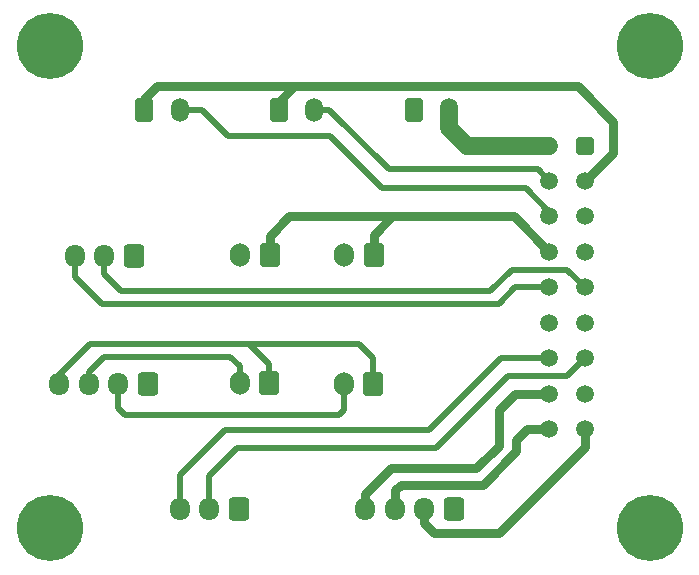
<source format=gbr>
%TF.GenerationSoftware,KiCad,Pcbnew,(6.0.6)*%
%TF.CreationDate,2022-07-26T01:13:25+02:00*%
%TF.ProjectId,breakbox_pcb,62726561-6b62-46f7-985f-7063622e6b69,rev?*%
%TF.SameCoordinates,Original*%
%TF.FileFunction,Copper,L1,Top*%
%TF.FilePolarity,Positive*%
%FSLAX46Y46*%
G04 Gerber Fmt 4.6, Leading zero omitted, Abs format (unit mm)*
G04 Created by KiCad (PCBNEW (6.0.6)) date 2022-07-26 01:13:25*
%MOMM*%
%LPD*%
G01*
G04 APERTURE LIST*
G04 Aperture macros list*
%AMRoundRect*
0 Rectangle with rounded corners*
0 $1 Rounding radius*
0 $2 $3 $4 $5 $6 $7 $8 $9 X,Y pos of 4 corners*
0 Add a 4 corners polygon primitive as box body*
4,1,4,$2,$3,$4,$5,$6,$7,$8,$9,$2,$3,0*
0 Add four circle primitives for the rounded corners*
1,1,$1+$1,$2,$3*
1,1,$1+$1,$4,$5*
1,1,$1+$1,$6,$7*
1,1,$1+$1,$8,$9*
0 Add four rect primitives between the rounded corners*
20,1,$1+$1,$2,$3,$4,$5,0*
20,1,$1+$1,$4,$5,$6,$7,0*
20,1,$1+$1,$6,$7,$8,$9,0*
20,1,$1+$1,$8,$9,$2,$3,0*%
G04 Aperture macros list end*
%TA.AperFunction,ComponentPad*%
%ADD10C,5.600000*%
%TD*%
%TA.AperFunction,ComponentPad*%
%ADD11RoundRect,0.250001X-0.499999X0.499999X-0.499999X-0.499999X0.499999X-0.499999X0.499999X0.499999X0*%
%TD*%
%TA.AperFunction,ComponentPad*%
%ADD12C,1.500000*%
%TD*%
%TA.AperFunction,ComponentPad*%
%ADD13RoundRect,0.250000X0.600000X0.725000X-0.600000X0.725000X-0.600000X-0.725000X0.600000X-0.725000X0*%
%TD*%
%TA.AperFunction,ComponentPad*%
%ADD14O,1.700000X1.950000*%
%TD*%
%TA.AperFunction,ComponentPad*%
%ADD15RoundRect,0.250000X0.600000X0.750000X-0.600000X0.750000X-0.600000X-0.750000X0.600000X-0.750000X0*%
%TD*%
%TA.AperFunction,ComponentPad*%
%ADD16O,1.700000X2.000000*%
%TD*%
%TA.AperFunction,ComponentPad*%
%ADD17RoundRect,0.250001X-0.499999X-0.759999X0.499999X-0.759999X0.499999X0.759999X-0.499999X0.759999X0*%
%TD*%
%TA.AperFunction,ComponentPad*%
%ADD18O,1.500000X2.020000*%
%TD*%
%TA.AperFunction,Conductor*%
%ADD19C,0.762000*%
%TD*%
%TA.AperFunction,Conductor*%
%ADD20C,0.508000*%
%TD*%
%TA.AperFunction,Conductor*%
%ADD21C,1.524000*%
%TD*%
G04 APERTURE END LIST*
D10*
%TO.P,REF\u002A\u002A,1*%
%TO.N,N/C*%
X54700000Y-95400000D03*
%TD*%
%TO.P,REF\u002A\u002A,1*%
%TO.N,N/C*%
X105500000Y-54600000D03*
%TD*%
D11*
%TO.P,Breakbox Out,1*%
%TO.N,N/C*%
X100000000Y-63000000D03*
D12*
%TO.P,Breakbox Out,2*%
X100000000Y-66000000D03*
%TO.P,Breakbox Out,3*%
X100000000Y-69000000D03*
%TO.P,Breakbox Out,4*%
X100000000Y-72000000D03*
%TO.P,Breakbox Out,5*%
X100000000Y-75000000D03*
%TO.P,Breakbox Out,6*%
X100000000Y-78000000D03*
%TO.P,Breakbox Out,7*%
X100000000Y-81000000D03*
%TO.P,Breakbox Out,8*%
X100000000Y-84000000D03*
%TO.P,Breakbox Out,9*%
X100000000Y-87000000D03*
%TO.P,Breakbox Out,10*%
X97000000Y-63000000D03*
%TO.P,Breakbox Out,11*%
X97000000Y-66000000D03*
%TO.P,Breakbox Out,12*%
X97000000Y-69000000D03*
%TO.P,Breakbox Out,13*%
X97000000Y-72000000D03*
%TO.P,Breakbox Out,14*%
X97000000Y-75000000D03*
%TO.P,Breakbox Out,15*%
X97000000Y-78000000D03*
%TO.P,Breakbox Out,16*%
X97000000Y-81000000D03*
%TO.P,Breakbox Out,17*%
X97000000Y-84000000D03*
%TO.P,Breakbox Out,18*%
X97000000Y-87000000D03*
%TD*%
D13*
%TO.P,Neo Pixel,1*%
%TO.N,N/C*%
X70700000Y-93800000D03*
D14*
%TO.P,Neo Pixel,2*%
X68200000Y-93800000D03*
%TO.P,Neo Pixel,3*%
X65700000Y-93800000D03*
%TD*%
D15*
%TO.P,Fan 1,1*%
%TO.N,N/C*%
X82150000Y-72300000D03*
D16*
%TO.P,Fan 1,2*%
X79650000Y-72300000D03*
%TD*%
D10*
%TO.P,REF\u002A\u002A,1*%
%TO.N,N/C*%
X54700000Y-54600000D03*
%TD*%
D17*
%TO.P,Therm 0 In,1*%
%TO.N,N/C*%
X74100000Y-59970000D03*
D18*
%TO.P,Therm 0 In,2*%
X77100000Y-59970000D03*
%TD*%
D13*
%TO.P,Probe,1*%
%TO.N,N/C*%
X61800000Y-72325000D03*
D14*
%TO.P,Probe,2*%
X59300000Y-72325000D03*
%TO.P,Probe,3*%
X56800000Y-72325000D03*
%TD*%
D15*
%TO.P,Endstop Y,1*%
%TO.N,N/C*%
X82100000Y-83150000D03*
D16*
%TO.P,Endstop Y,2*%
X79600000Y-83150000D03*
%TD*%
D17*
%TO.P,Therm 1 In,1*%
%TO.N,N/C*%
X62700000Y-59970000D03*
D18*
%TO.P,Therm 1 In,2*%
X65700000Y-59970000D03*
%TD*%
D13*
%TO.P,E-Motor,1*%
%TO.N,N/C*%
X88900000Y-93800000D03*
D14*
%TO.P,E-Motor,2*%
X86400000Y-93800000D03*
%TO.P,E-Motor,3*%
X83900000Y-93800000D03*
%TO.P,E-Motor,4*%
X81400000Y-93800000D03*
%TD*%
D17*
%TO.P,HE In,1*%
%TO.N,N/C*%
X85500000Y-59970000D03*
D18*
%TO.P,HE In,2*%
X88500000Y-59970000D03*
%TD*%
D10*
%TO.P,REF\u002A\u002A,1*%
%TO.N,N/C*%
X105500000Y-95400000D03*
%TD*%
D13*
%TO.P,Endstops X/Y,1*%
%TO.N,N/C*%
X63000000Y-83225000D03*
D14*
%TO.P,Endstops X/Y,2*%
X60500000Y-83225000D03*
%TO.P,Endstops X/Y,3*%
X58000000Y-83225000D03*
%TO.P,Endstops X/Y,4*%
X55500000Y-83225000D03*
%TD*%
D15*
%TO.P,Fan 0,1*%
%TO.N,N/C*%
X73350000Y-72300000D03*
D16*
%TO.P,Fan 0,2*%
X70850000Y-72300000D03*
%TD*%
D15*
%TO.P,Endstop X,1*%
%TO.N,N/C*%
X73300000Y-83125000D03*
D16*
%TO.P,Endstop X,2*%
X70800000Y-83125000D03*
%TD*%
D19*
%TO.N,*%
X102400000Y-61000000D02*
X102400000Y-63600000D01*
D20*
X69500000Y-87100000D02*
X86800000Y-87100000D01*
D19*
X74100000Y-59970000D02*
X74100000Y-59300000D01*
D20*
X93800000Y-73500000D02*
X98500000Y-73500000D01*
X94100000Y-75000000D02*
X97000000Y-75000000D01*
X78400000Y-62200000D02*
X82800000Y-66600000D01*
X77100000Y-59970000D02*
X78370000Y-59970000D01*
D19*
X92700000Y-88400000D02*
X92700000Y-85400000D01*
D20*
X79600000Y-85400000D02*
X79200000Y-85800000D01*
D19*
X83900000Y-93800000D02*
X83900000Y-92200000D01*
X94200000Y-87900000D02*
X95100000Y-87000000D01*
X84400000Y-91700000D02*
X91400000Y-91700000D01*
D20*
X92000000Y-75300000D02*
X93800000Y-73500000D01*
X59300000Y-72325000D02*
X59300000Y-73900000D01*
D19*
X100000000Y-88500000D02*
X100000000Y-87000000D01*
D20*
X86800000Y-87100000D02*
X92900000Y-81000000D01*
D19*
X102400000Y-63600000D02*
X100000000Y-66000000D01*
D20*
X73300000Y-83125000D02*
X73300000Y-81525000D01*
D21*
X90000000Y-63000000D02*
X97000000Y-63000000D01*
D19*
X76600000Y-58000000D02*
X99400000Y-58000000D01*
D20*
X78370000Y-59970000D02*
X83400000Y-65000000D01*
D19*
X73350000Y-72300000D02*
X73350000Y-70650000D01*
X87200000Y-95800000D02*
X92700000Y-95800000D01*
D21*
X88500000Y-59970000D02*
X88500000Y-61500000D01*
D20*
X59300000Y-73900000D02*
X60700000Y-75300000D01*
D19*
X81400000Y-93800000D02*
X81400000Y-92500000D01*
X92700000Y-85400000D02*
X94100000Y-84000000D01*
X73350000Y-70650000D02*
X75000000Y-69000000D01*
X62700000Y-59100000D02*
X63800000Y-58000000D01*
D20*
X68200000Y-90950000D02*
X70550000Y-88600000D01*
D19*
X95100000Y-87000000D02*
X97000000Y-87000000D01*
X83700000Y-69000000D02*
X88300000Y-69000000D01*
D20*
X97000000Y-68600000D02*
X97000000Y-69000000D01*
X83400000Y-65000000D02*
X96000000Y-65000000D01*
D19*
X62700000Y-59970000D02*
X62700000Y-59100000D01*
X86400000Y-93800000D02*
X86400000Y-95000000D01*
X92700000Y-95800000D02*
X100000000Y-88500000D01*
X94100000Y-84000000D02*
X97000000Y-84000000D01*
D20*
X98500000Y-73500000D02*
X100000000Y-75000000D01*
X56800000Y-72325000D02*
X56800000Y-74100000D01*
X60500000Y-85200000D02*
X60500000Y-83225000D01*
X93500000Y-82500000D02*
X98500000Y-82500000D01*
D19*
X83600000Y-90300000D02*
X90800000Y-90300000D01*
D20*
X87400000Y-88600000D02*
X93500000Y-82500000D01*
D19*
X83900000Y-92200000D02*
X84400000Y-91700000D01*
X63800000Y-58000000D02*
X76600000Y-58000000D01*
D20*
X92700000Y-76400000D02*
X94100000Y-75000000D01*
D19*
X90800000Y-90300000D02*
X92700000Y-88400000D01*
D20*
X92900000Y-81000000D02*
X97000000Y-81000000D01*
X56800000Y-74100000D02*
X59100000Y-76400000D01*
D19*
X82150000Y-70550000D02*
X83700000Y-69000000D01*
X82150000Y-72300000D02*
X82150000Y-70550000D01*
D20*
X69800000Y-62200000D02*
X78400000Y-62200000D01*
X71150000Y-79800000D02*
X80900000Y-79800000D01*
X70550000Y-88600000D02*
X87400000Y-88600000D01*
D19*
X74100000Y-59300000D02*
X75400000Y-58000000D01*
X99400000Y-58000000D02*
X102400000Y-61000000D01*
D20*
X80900000Y-79800000D02*
X82100000Y-81000000D01*
X59100000Y-76400000D02*
X92700000Y-76400000D01*
X70800000Y-81700000D02*
X70000000Y-80900000D01*
X55500000Y-82400000D02*
X55500000Y-83225000D01*
X61100000Y-85800000D02*
X60500000Y-85200000D01*
X60700000Y-75300000D02*
X92000000Y-75300000D01*
X65700000Y-59970000D02*
X67570000Y-59970000D01*
X71575000Y-79800000D02*
X71150000Y-79800000D01*
D19*
X86400000Y-95000000D02*
X87200000Y-95800000D01*
X91400000Y-91700000D02*
X94200000Y-88900000D01*
D20*
X82800000Y-66600000D02*
X95000000Y-66600000D01*
X79600000Y-83150000D02*
X79600000Y-85400000D01*
D19*
X94200000Y-88900000D02*
X94200000Y-87900000D01*
D20*
X58100000Y-79800000D02*
X55500000Y-82400000D01*
X68200000Y-93800000D02*
X68200000Y-90950000D01*
X65700000Y-93800000D02*
X65700000Y-90900000D01*
X82100000Y-81000000D02*
X82100000Y-83150000D01*
D19*
X94000000Y-69000000D02*
X97000000Y-72000000D01*
X75000000Y-69000000D02*
X94000000Y-69000000D01*
D20*
X70800000Y-83125000D02*
X70800000Y-81700000D01*
X58000000Y-82200000D02*
X58000000Y-83225000D01*
D21*
X88500000Y-61500000D02*
X90000000Y-63000000D01*
D20*
X96000000Y-65000000D02*
X97000000Y-66000000D01*
X59300000Y-80900000D02*
X58000000Y-82200000D01*
X98500000Y-82500000D02*
X100000000Y-81000000D01*
D19*
X81400000Y-92500000D02*
X83600000Y-90300000D01*
D20*
X95000000Y-66600000D02*
X97000000Y-68600000D01*
X79200000Y-85800000D02*
X61100000Y-85800000D01*
X71150000Y-79800000D02*
X58100000Y-79800000D01*
X65700000Y-90900000D02*
X69500000Y-87100000D01*
X67570000Y-59970000D02*
X69800000Y-62200000D01*
X70000000Y-80900000D02*
X59300000Y-80900000D01*
X73300000Y-81525000D02*
X71575000Y-79800000D01*
X75400000Y-58000000D02*
X76600000Y-58000000D01*
%TD*%
M02*

</source>
